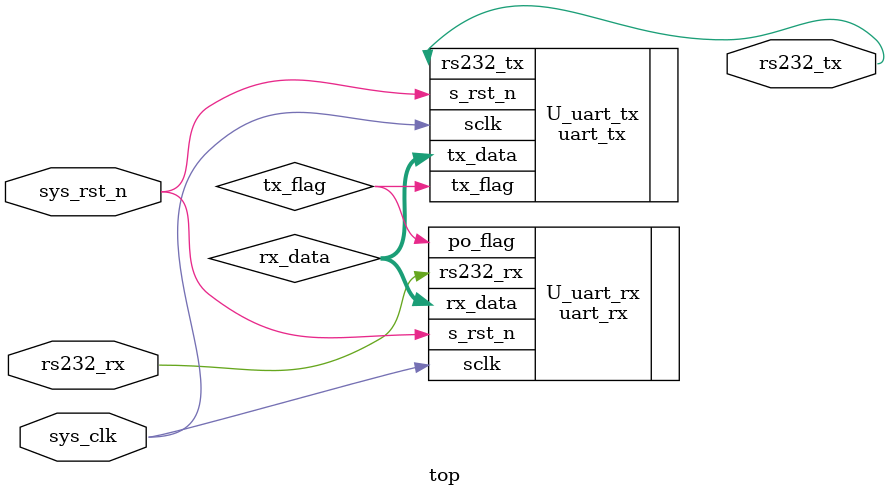
<source format=v>
module top(
	//input 
	input		sys_clk			,
	input		sys_rst_n		,
	input		rs232_rx		,
	
	//output
	output		rs232_tx		
);
	//// define ////
	wire		[7:0]		rx_data		;
	wire					tx_flag		;


	//// main code ////
	//inst
	uart_rx		U_uart_rx(
			.sclk			(sys_clk)		,
			.s_rst_n		(sys_rst_n)		,
			
			.rs232_rx		(rs232_rx)		,
			
			.rx_data		(rx_data)		,
			
			.po_flag		(tx_flag)
	);
	
	uart_tx		U_uart_tx(
			.sclk			(sys_clk)		,
			.s_rst_n		(sys_rst_n)		,
			
			.tx_flag		(tx_flag)		,
			
			.tx_data		(rx_data)		,
			
			.rs232_tx		(rs232_tx)		,
	);
	
	
	
	
	
	
	


endmodule
</source>
